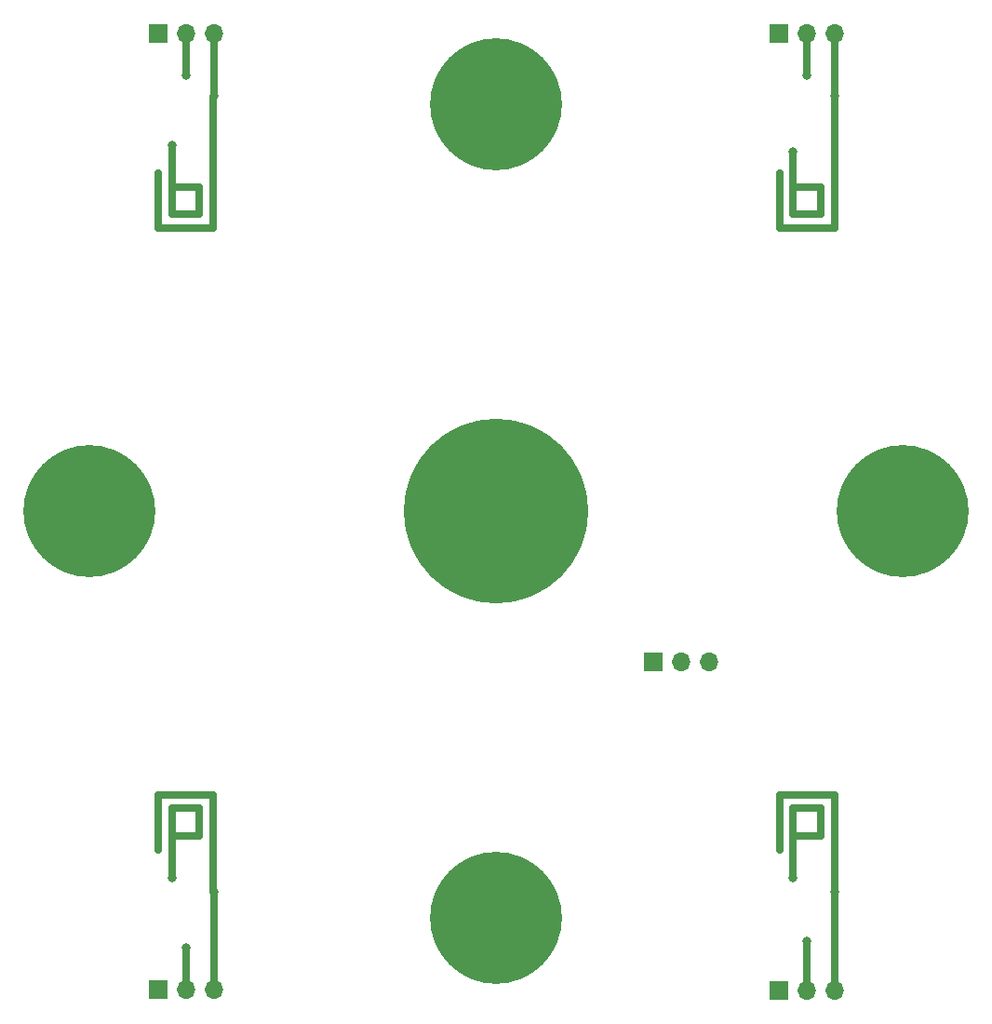
<source format=gbr>
%TF.GenerationSoftware,KiCad,Pcbnew,7.0.5-0*%
%TF.CreationDate,2023-06-12T10:56:43-04:00*%
%TF.ProjectId,quad_sipm,71756164-5f73-4697-906d-2e6b69636164,rev?*%
%TF.SameCoordinates,Original*%
%TF.FileFunction,Copper,L1,Top*%
%TF.FilePolarity,Positive*%
%FSLAX46Y46*%
G04 Gerber Fmt 4.6, Leading zero omitted, Abs format (unit mm)*
G04 Created by KiCad (PCBNEW 7.0.5-0) date 2023-06-12 10:56:43*
%MOMM*%
%LPD*%
G01*
G04 APERTURE LIST*
%TA.AperFunction,SMDPad,CuDef*%
%ADD10C,0.700000*%
%TD*%
%TA.AperFunction,ComponentPad*%
%ADD11C,16.800000*%
%TD*%
%TA.AperFunction,ComponentPad*%
%ADD12C,12.000000*%
%TD*%
%TA.AperFunction,ComponentPad*%
%ADD13R,1.700000X1.700000*%
%TD*%
%TA.AperFunction,ComponentPad*%
%ADD14O,1.700000X1.700000*%
%TD*%
%TA.AperFunction,ViaPad*%
%ADD15C,0.800000*%
%TD*%
%TA.AperFunction,Conductor*%
%ADD16C,0.635000*%
%TD*%
G04 APERTURE END LIST*
D10*
%TO.P,D1,A1,K*%
%TO.N,Net-(J1-Pin_3)*%
X130770000Y-130770000D03*
%TO.P,D1,A4,K*%
X130770000Y-125770000D03*
%TO.P,D1,B2,A*%
%TO.N,Net-(D1-A-PadB2)*%
X129520000Y-129520000D03*
%TO.P,D1,B3,A*%
X129520000Y-127020000D03*
%TO.P,D1,C2,A*%
X127020000Y-129520000D03*
%TO.P,D1,C3,A*%
X127020000Y-127020000D03*
%TO.P,D1,D1,K*%
%TO.N,Net-(J1-Pin_3)*%
X125770000Y-130770000D03*
%TO.P,D1,D4,K*%
X125770000Y-125770000D03*
%TD*%
%TO.P,D3,A1,K*%
%TO.N,Net-(J3-Pin_3)*%
X130770000Y-74255000D03*
%TO.P,D3,A4,K*%
X130770000Y-69255000D03*
%TO.P,D3,B2,A*%
%TO.N,Net-(D3-A-PadB2)*%
X129520000Y-73005000D03*
%TO.P,D3,B3,A*%
X129520000Y-70505000D03*
%TO.P,D3,C2,A*%
X127020000Y-73005000D03*
%TO.P,D3,C3,A*%
X127020000Y-70505000D03*
%TO.P,D3,D1,K*%
%TO.N,Net-(J3-Pin_3)*%
X125770000Y-74255000D03*
%TO.P,D3,D4,K*%
X125770000Y-69255000D03*
%TD*%
%TO.P,D4,A1,K*%
%TO.N,Net-(J4-Pin_3)*%
X74255000Y-74255000D03*
%TO.P,D4,A4,K*%
X74255000Y-69255000D03*
%TO.P,D4,B2,A*%
%TO.N,Net-(D4-A-PadB2)*%
X73005000Y-73005000D03*
%TO.P,D4,B3,A*%
X73005000Y-70505000D03*
%TO.P,D4,C2,A*%
X70505000Y-73005000D03*
%TO.P,D4,C3,A*%
X70505000Y-70505000D03*
%TO.P,D4,D1,K*%
%TO.N,Net-(J4-Pin_3)*%
X69255000Y-74255000D03*
%TO.P,D4,D4,K*%
X69255000Y-69255000D03*
%TD*%
%TO.P,D2,A1,K*%
%TO.N,Net-(J2-Pin_3)*%
X69255000Y-125770000D03*
%TO.P,D2,A4,K*%
X69255000Y-130770000D03*
%TO.P,D2,B2,A*%
%TO.N,Net-(D2-A-PadB2)*%
X70505000Y-127020000D03*
%TO.P,D2,B3,A*%
X70505000Y-129520000D03*
%TO.P,D2,C2,A*%
X73005000Y-127020000D03*
%TO.P,D2,C3,A*%
X73005000Y-129520000D03*
%TO.P,D2,D1,K*%
%TO.N,Net-(J2-Pin_3)*%
X74255000Y-125770000D03*
%TO.P,D2,D4,K*%
X74255000Y-130770000D03*
%TD*%
D11*
%TO.P,H2,1*%
%TO.N,N/C*%
X100000000Y-100000000D03*
%TD*%
D12*
%TO.P,H3,1*%
%TO.N,N/C*%
X100000000Y-137000000D03*
%TD*%
%TO.P,H4,1*%
%TO.N,N/C*%
X137000000Y-100000000D03*
%TD*%
%TO.P,H5,1*%
%TO.N,N/C*%
X63000000Y-100000000D03*
%TD*%
%TO.P,H1,1*%
%TO.N,N/C*%
X100000000Y-63000000D03*
%TD*%
D13*
%TO.P,J5,1,Pin_1*%
%TO.N,Net-(J5-Pin_1)*%
X114300000Y-113665000D03*
D14*
%TO.P,J5,2,Pin_2*%
%TO.N,Net-(J5-Pin_2)*%
X116840000Y-113665000D03*
%TO.P,J5,3,Pin_3*%
%TO.N,Net-(J5-Pin_3)*%
X119380000Y-113665000D03*
%TD*%
D13*
%TO.P,J1,1,Pin_1*%
%TO.N,Net-(J1-Pin_1)*%
X125685000Y-143555000D03*
D14*
%TO.P,J1,2,Pin_2*%
%TO.N,Net-(J1-Pin_2)*%
X128225000Y-143555000D03*
%TO.P,J1,3,Pin_3*%
%TO.N,Net-(J1-Pin_3)*%
X130765000Y-143555000D03*
%TD*%
D13*
%TO.P,J3,1,Pin_1*%
%TO.N,Net-(J3-Pin_1)*%
X125685000Y-56560000D03*
D14*
%TO.P,J3,2,Pin_2*%
%TO.N,Net-(J3-Pin_2)*%
X128225000Y-56560000D03*
%TO.P,J3,3,Pin_3*%
%TO.N,Net-(J3-Pin_3)*%
X130765000Y-56560000D03*
%TD*%
D13*
%TO.P,J4,1,Pin_1*%
%TO.N,Net-(J4-Pin_1)*%
X69215000Y-56515000D03*
D14*
%TO.P,J4,2,Pin_2*%
%TO.N,Net-(J4-Pin_2)*%
X71755000Y-56515000D03*
%TO.P,J4,3,Pin_3*%
%TO.N,Net-(J4-Pin_3)*%
X74295000Y-56515000D03*
%TD*%
D13*
%TO.P,J2,1,Pin_1*%
%TO.N,Net-(J2-Pin_1)*%
X69215000Y-143510000D03*
D14*
%TO.P,J2,2,Pin_2*%
%TO.N,Net-(J2-Pin_2)*%
X71755000Y-143510000D03*
%TO.P,J2,3,Pin_3*%
%TO.N,Net-(J2-Pin_3)*%
X74295000Y-143510000D03*
%TD*%
D15*
%TO.N,Net-(J1-Pin_3)*%
X130810000Y-134620000D03*
%TO.N,Net-(J2-Pin_3)*%
X74295000Y-134620000D03*
%TO.N,Net-(J3-Pin_3)*%
X130810000Y-62230000D03*
%TO.N,Net-(J4-Pin_3)*%
X74295000Y-62230000D03*
%TO.N,Net-(D1-A-PadB2)*%
X127000000Y-133350000D03*
%TO.N,Net-(J2-Pin_2)*%
X71755000Y-139700000D03*
%TO.N,Net-(J3-Pin_2)*%
X128270000Y-60325000D03*
%TO.N,Net-(J4-Pin_2)*%
X71755000Y-60325000D03*
%TO.N,Net-(J1-Pin_2)*%
X128270000Y-139065000D03*
%TO.N,Net-(D2-A-PadB2)*%
X70485000Y-133350000D03*
%TO.N,Net-(D3-A-PadB2)*%
X127000000Y-67310000D03*
%TO.N,Net-(D4-A-PadB2)*%
X70485000Y-66675000D03*
%TD*%
D16*
%TO.N,Net-(J1-Pin_3)*%
X130810000Y-134620000D02*
X130810000Y-130810000D01*
X130810000Y-143510000D02*
X130810000Y-134620000D01*
X130810000Y-130810000D02*
X130770000Y-130770000D01*
X125770000Y-125770000D02*
X130770000Y-125770000D01*
X125770000Y-125770000D02*
X125770000Y-130770000D01*
X130770000Y-130770000D02*
X130770000Y-125770000D01*
%TO.N,Net-(J2-Pin_3)*%
X74295000Y-143510000D02*
X74295000Y-134620000D01*
X69255000Y-125770000D02*
X69255000Y-130770000D01*
X74255000Y-134580000D02*
X74295000Y-134620000D01*
X74255000Y-130770000D02*
X74255000Y-134580000D01*
X69255000Y-125770000D02*
X74255000Y-125770000D01*
X74255000Y-125770000D02*
X74255000Y-130770000D01*
%TO.N,Net-(J3-Pin_3)*%
X125770000Y-74255000D02*
X130770000Y-74255000D01*
X125770000Y-69255000D02*
X125770000Y-74255000D01*
X130810000Y-62230000D02*
X130810000Y-56515000D01*
X130770000Y-69255000D02*
X130770000Y-62270000D01*
X130770000Y-74255000D02*
X130770000Y-69255000D01*
X130770000Y-62270000D02*
X130810000Y-62230000D01*
%TO.N,Net-(J4-Pin_3)*%
X74255000Y-69255000D02*
X74255000Y-62270000D01*
X74255000Y-62270000D02*
X74295000Y-62230000D01*
X74295000Y-56515000D02*
X74295000Y-62230000D01*
X69255000Y-69255000D02*
X69255000Y-74255000D01*
X69255000Y-74255000D02*
X74255000Y-74255000D01*
X74255000Y-74255000D02*
X74255000Y-69255000D01*
%TO.N,Net-(D1-A-PadB2)*%
X127020000Y-133330000D02*
X127000000Y-133350000D01*
X129520000Y-127020000D02*
X127020000Y-127020000D01*
X127020000Y-129520000D02*
X127020000Y-133330000D01*
X127020000Y-127020000D02*
X127020000Y-129520000D01*
X127020000Y-129520000D02*
X129520000Y-129520000D01*
X129520000Y-129520000D02*
X129520000Y-127020000D01*
%TO.N,Net-(J2-Pin_2)*%
X71755000Y-143510000D02*
X71755000Y-139700000D01*
%TO.N,Net-(J3-Pin_2)*%
X128225000Y-56560000D02*
X128225000Y-60280000D01*
X128225000Y-60280000D02*
X128270000Y-60325000D01*
%TO.N,Net-(J4-Pin_2)*%
X71755000Y-60325000D02*
X71755000Y-57121062D01*
X71755000Y-56515000D02*
X71755000Y-60325000D01*
%TO.N,Net-(J1-Pin_2)*%
X128225000Y-143555000D02*
X128225000Y-139110000D01*
X128225000Y-139110000D02*
X128270000Y-139065000D01*
%TO.N,Net-(D2-A-PadB2)*%
X73005000Y-129520000D02*
X70505000Y-129520000D01*
X70505000Y-129520000D02*
X70505000Y-133330000D01*
X70505000Y-127020000D02*
X73005000Y-127020000D01*
X73005000Y-127020000D02*
X73005000Y-129520000D01*
X70505000Y-133330000D02*
X70485000Y-133350000D01*
X70505000Y-127020000D02*
X70505000Y-129520000D01*
%TO.N,Net-(D3-A-PadB2)*%
X127020000Y-70505000D02*
X127020000Y-73005000D01*
X127020000Y-67330000D02*
X127000000Y-67310000D01*
X129520000Y-73005000D02*
X129520000Y-70505000D01*
X129520000Y-73005000D02*
X127020000Y-73005000D01*
X127020000Y-70505000D02*
X127020000Y-67330000D01*
X127020000Y-70505000D02*
X129520000Y-70505000D01*
%TO.N,Net-(D4-A-PadB2)*%
X70505000Y-70505000D02*
X70505000Y-66695000D01*
X70505000Y-66695000D02*
X70485000Y-66675000D01*
X70505000Y-70505000D02*
X70505000Y-73005000D01*
X70505000Y-73005000D02*
X73005000Y-73005000D01*
X73005000Y-73005000D02*
X73005000Y-70505000D01*
X73005000Y-70505000D02*
X70505000Y-70505000D01*
%TD*%
M02*

</source>
